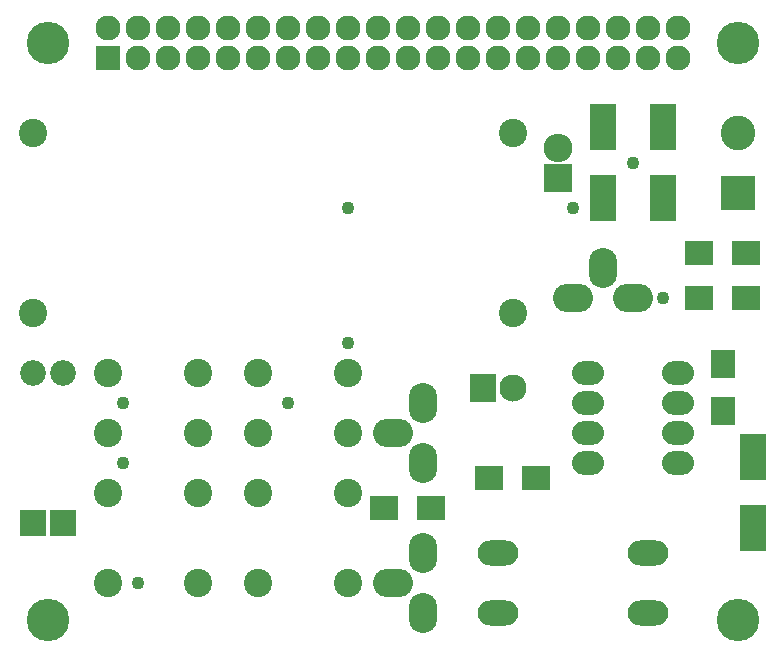
<source format=gbr>
G04 #@! TF.FileFunction,Soldermask,Top*
%FSLAX46Y46*%
G04 Gerber Fmt 4.6, Leading zero omitted, Abs format (unit mm)*
G04 Created by KiCad (PCBNEW 4.0.4+e1-6308~48~ubuntu16.04.1-stable) date Fri Sep  9 22:58:31 2016*
%MOMM*%
%LPD*%
G01*
G04 APERTURE LIST*
%ADD10C,0.100000*%
%ADD11R,2.127200X2.127200*%
%ADD12O,2.127200X2.127200*%
%ADD13C,3.600000*%
%ADD14C,2.400000*%
%ADD15R,2.300000X2.400000*%
%ADD16C,2.300000*%
%ADD17C,2.178000*%
%ADD18R,2.178000X2.178000*%
%ADD19O,2.700000X2.000000*%
%ADD20R,2.432000X2.432000*%
%ADD21O,2.432000X2.432000*%
%ADD22R,2.940000X2.940000*%
%ADD23C,2.940000*%
%ADD24O,3.399740X2.398980*%
%ADD25O,2.398980X3.399740*%
%ADD26O,3.448000X2.127200*%
%ADD27R,2.200860X3.900120*%
%ADD28R,2.100000X2.400000*%
%ADD29R,2.400000X2.100000*%
%ADD30C,1.085800*%
G04 APERTURE END LIST*
D10*
D11*
X46990000Y-45720000D03*
D12*
X46990000Y-43180000D03*
X49530000Y-45720000D03*
X49530000Y-43180000D03*
X52070000Y-45720000D03*
X52070000Y-43180000D03*
X54610000Y-45720000D03*
X54610000Y-43180000D03*
X57150000Y-45720000D03*
X57150000Y-43180000D03*
X59690000Y-45720000D03*
X59690000Y-43180000D03*
X62230000Y-45720000D03*
X62230000Y-43180000D03*
X64770000Y-45720000D03*
X64770000Y-43180000D03*
X67310000Y-45720000D03*
X67310000Y-43180000D03*
X69850000Y-45720000D03*
X69850000Y-43180000D03*
X72390000Y-45720000D03*
X72390000Y-43180000D03*
X74930000Y-45720000D03*
X74930000Y-43180000D03*
X77470000Y-45720000D03*
X77470000Y-43180000D03*
X80010000Y-45720000D03*
X80010000Y-43180000D03*
X82550000Y-45720000D03*
X82550000Y-43180000D03*
X85090000Y-45720000D03*
X85090000Y-43180000D03*
X87630000Y-45720000D03*
X87630000Y-43180000D03*
X90170000Y-45720000D03*
X90170000Y-43180000D03*
X92710000Y-45720000D03*
X92710000Y-43180000D03*
X95250000Y-45720000D03*
X95250000Y-43180000D03*
D13*
X41910000Y-44450000D03*
D14*
X40640000Y-67310000D03*
X81280000Y-67310000D03*
X40640000Y-52070000D03*
X81280000Y-52070000D03*
D15*
X78740000Y-73660000D03*
D16*
X81280000Y-73660000D03*
D17*
X40640000Y-72390000D03*
D18*
X40640000Y-85090000D03*
D17*
X43180000Y-72390000D03*
D18*
X43180000Y-85090000D03*
D19*
X87630000Y-72390000D03*
X87630000Y-74930000D03*
X87630000Y-77470000D03*
X87630000Y-80010000D03*
X95250000Y-80010000D03*
X95250000Y-77470000D03*
X95250000Y-74930000D03*
X95250000Y-72390000D03*
D20*
X85090000Y-55880000D03*
D21*
X85090000Y-53340000D03*
D22*
X100330000Y-57150000D03*
D23*
X100330000Y-52070000D03*
D24*
X71120000Y-90170000D03*
D25*
X73660000Y-92710000D03*
X73660000Y-87630000D03*
D24*
X71120000Y-77470000D03*
D25*
X73660000Y-80010000D03*
X73660000Y-74930000D03*
D14*
X54610000Y-72390000D03*
X54610000Y-77470000D03*
X54610000Y-82550000D03*
X46990000Y-72390000D03*
X46990000Y-77470000D03*
X46990000Y-82550000D03*
X46990000Y-90170000D03*
X54610000Y-90170000D03*
X67310000Y-72390000D03*
X67310000Y-77470000D03*
X67310000Y-82550000D03*
X59690000Y-72390000D03*
X59690000Y-77470000D03*
X59690000Y-82550000D03*
X59690000Y-90170000D03*
X67310000Y-90170000D03*
D26*
X92710000Y-87630000D03*
X92710000Y-92710000D03*
X80010000Y-87630000D03*
X80010000Y-92710000D03*
D25*
X88900000Y-63500000D03*
D24*
X86360000Y-66040000D03*
X91440000Y-66040000D03*
D27*
X101600000Y-85549740D03*
X101600000Y-79550260D03*
X93980000Y-57609740D03*
X93980000Y-51610260D03*
X88900000Y-51610260D03*
X88900000Y-57609740D03*
D28*
X99060000Y-75660000D03*
X99060000Y-71660000D03*
D29*
X97060000Y-62230000D03*
X101060000Y-62230000D03*
X101060000Y-66040000D03*
X97060000Y-66040000D03*
X74390000Y-83820000D03*
X70390000Y-83820000D03*
X79280000Y-81280000D03*
X83280000Y-81280000D03*
D13*
X100330000Y-44450000D03*
X41910000Y-93345000D03*
X100330000Y-93345000D03*
D30*
X93980000Y-66040000D03*
X91440000Y-54610000D03*
X86360000Y-58420000D03*
X49530000Y-90170000D03*
X48260000Y-80010000D03*
X62230000Y-74930000D03*
X48260000Y-74930000D03*
X67310000Y-58420000D03*
X67310000Y-69850000D03*
M02*

</source>
